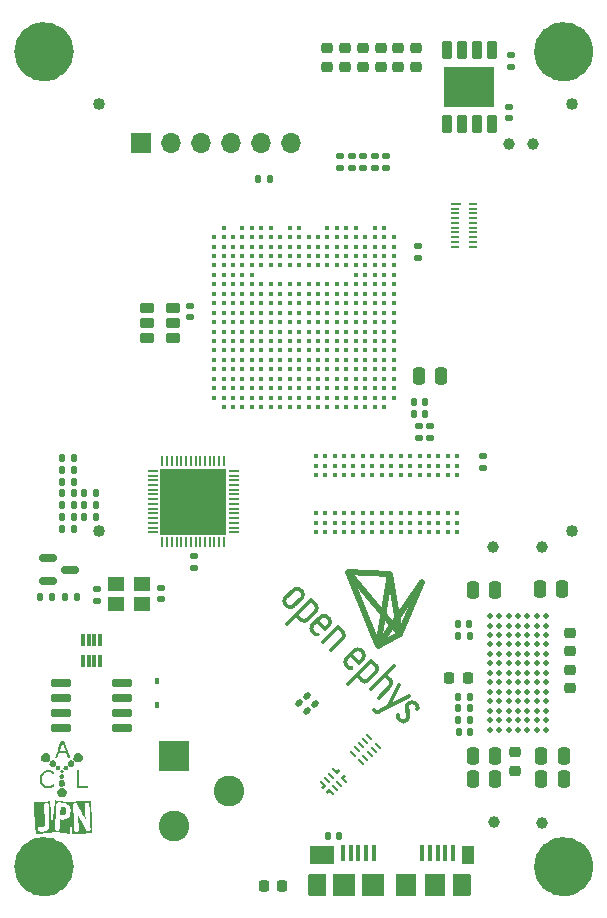
<source format=gbr>
%TF.GenerationSoftware,KiCad,Pcbnew,(6.0.0)*%
%TF.CreationDate,2022-08-10T17:12:35-04:00*%
%TF.ProjectId,ecp5u85-bse-usb,65637035-7538-4352-9d62-73652d757362,B*%
%TF.SameCoordinates,Original*%
%TF.FileFunction,Soldermask,Top*%
%TF.FilePolarity,Negative*%
%FSLAX46Y46*%
G04 Gerber Fmt 4.6, Leading zero omitted, Abs format (unit mm)*
G04 Created by KiCad (PCBNEW (6.0.0)) date 2022-08-10 17:12:35*
%MOMM*%
%LPD*%
G01*
G04 APERTURE LIST*
G04 Aperture macros list*
%AMRoundRect*
0 Rectangle with rounded corners*
0 $1 Rounding radius*
0 $2 $3 $4 $5 $6 $7 $8 $9 X,Y pos of 4 corners*
0 Add a 4 corners polygon primitive as box body*
4,1,4,$2,$3,$4,$5,$6,$7,$8,$9,$2,$3,0*
0 Add four circle primitives for the rounded corners*
1,1,$1+$1,$2,$3*
1,1,$1+$1,$4,$5*
1,1,$1+$1,$6,$7*
1,1,$1+$1,$8,$9*
0 Add four rect primitives between the rounded corners*
20,1,$1+$1,$2,$3,$4,$5,0*
20,1,$1+$1,$4,$5,$6,$7,0*
20,1,$1+$1,$6,$7,$8,$9,0*
20,1,$1+$1,$8,$9,$2,$3,0*%
%AMRotRect*
0 Rectangle, with rotation*
0 The origin of the aperture is its center*
0 $1 length*
0 $2 width*
0 $3 Rotation angle, in degrees counterclockwise*
0 Add horizontal line*
21,1,$1,$2,0,0,$3*%
%AMFreePoly0*
4,1,7,0.100000,-0.300000,-0.100000,-0.300000,-0.100000,0.100000,-0.300000,0.100000,-0.300000,0.300000,0.100000,0.300000,0.100000,-0.300000,0.100000,-0.300000,$1*%
%AMFreePoly1*
4,1,7,0.300000,0.100000,0.100000,0.100000,0.100000,-0.300000,-0.100000,-0.300000,-0.100000,0.300000,0.300000,0.300000,0.300000,0.100000,0.300000,0.100000,$1*%
%AMFreePoly2*
4,1,15,-0.770000,0.650000,-0.761954,0.719015,-0.717534,0.819490,-0.639922,0.897238,-0.539524,0.941833,-0.470000,0.950000,0.770000,0.950000,0.770000,-0.950000,-0.470000,-0.950000,-0.539015,-0.941954,-0.639490,-0.897534,-0.717238,-0.819922,-0.761833,-0.719524,-0.770000,-0.650000,-0.770000,0.650000,-0.770000,0.650000,$1*%
%AMFreePoly3*
4,1,15,-0.770000,0.950000,0.470000,0.950000,0.539015,0.941954,0.639490,0.897534,0.717238,0.819922,0.761833,0.719524,0.770000,0.650000,0.770000,-0.650000,0.761954,-0.719015,0.717534,-0.819490,0.639922,-0.897238,0.539524,-0.941833,0.470000,-0.950000,-0.770000,-0.950000,-0.770000,0.950000,-0.770000,0.950000,$1*%
G04 Aperture macros list end*
%ADD10C,2.500000*%
%ADD11C,0.360000*%
%ADD12C,0.550000*%
%ADD13RoundRect,0.218750X-0.256250X0.218750X-0.256250X-0.218750X0.256250X-0.218750X0.256250X0.218750X0*%
%ADD14RoundRect,0.140000X-0.170000X0.140000X-0.170000X-0.140000X0.170000X-0.140000X0.170000X0.140000X0*%
%ADD15RoundRect,0.250000X-0.250000X-0.475000X0.250000X-0.475000X0.250000X0.475000X-0.250000X0.475000X0*%
%ADD16RoundRect,0.140000X0.140000X0.170000X-0.140000X0.170000X-0.140000X-0.170000X0.140000X-0.170000X0*%
%ADD17R,1.400000X1.200000*%
%ADD18RoundRect,0.135000X0.135000X0.185000X-0.135000X0.185000X-0.135000X-0.185000X0.135000X-0.185000X0*%
%ADD19RoundRect,0.140000X-0.140000X-0.170000X0.140000X-0.170000X0.140000X0.170000X-0.140000X0.170000X0*%
%ADD20RoundRect,0.135000X-0.185000X0.135000X-0.185000X-0.135000X0.185000X-0.135000X0.185000X0.135000X0*%
%ADD21RotRect,0.200000X0.700000X225.000000*%
%ADD22RoundRect,0.135000X0.185000X-0.135000X0.185000X0.135000X-0.185000X0.135000X-0.185000X-0.135000X0*%
%ADD23C,0.426000*%
%ADD24C,1.000000*%
%ADD25C,0.500000*%
%ADD26R,0.450000X0.600000*%
%ADD27RoundRect,0.135000X-0.135000X-0.185000X0.135000X-0.185000X0.135000X0.185000X-0.135000X0.185000X0*%
%ADD28RoundRect,0.140000X0.219203X0.021213X0.021213X0.219203X-0.219203X-0.021213X-0.021213X-0.219203X0*%
%ADD29R,0.300000X1.000000*%
%ADD30RoundRect,0.140000X0.170000X-0.140000X0.170000X0.140000X-0.170000X0.140000X-0.170000X-0.140000X0*%
%ADD31FreePoly0,45.000000*%
%ADD32RotRect,0.200000X0.600000X45.000000*%
%ADD33FreePoly1,45.000000*%
%ADD34FreePoly0,225.000000*%
%ADD35FreePoly1,225.000000*%
%ADD36RoundRect,0.050000X-0.387500X-0.050000X0.387500X-0.050000X0.387500X0.050000X-0.387500X0.050000X0*%
%ADD37RoundRect,0.050000X-0.050000X-0.387500X0.050000X-0.387500X0.050000X0.387500X-0.050000X0.387500X0*%
%ADD38R,5.600000X5.600000*%
%ADD39RoundRect,0.218750X0.218750X0.256250X-0.218750X0.256250X-0.218750X-0.256250X0.218750X-0.256250X0*%
%ADD40RoundRect,0.225000X0.250000X-0.225000X0.250000X0.225000X-0.250000X0.225000X-0.250000X-0.225000X0*%
%ADD41RoundRect,0.250000X0.250000X0.475000X-0.250000X0.475000X-0.250000X-0.475000X0.250000X-0.475000X0*%
%ADD42RoundRect,0.225000X-0.250000X0.225000X-0.250000X-0.225000X0.250000X-0.225000X0.250000X0.225000X0*%
%ADD43RoundRect,0.040000X-0.160000X-0.635000X0.160000X-0.635000X0.160000X0.635000X-0.160000X0.635000X0*%
%ADD44FreePoly2,0.000000*%
%ADD45R,1.000000X1.600000*%
%ADD46FreePoly3,0.000000*%
%ADD47R,1.900000X1.900000*%
%ADD48R,1.800000X1.900000*%
%ADD49R,2.100000X1.600000*%
%ADD50RoundRect,0.135000X0.465000X-0.315000X0.465000X0.315000X-0.465000X0.315000X-0.465000X-0.315000X0*%
%ADD51R,1.700000X1.700000*%
%ADD52O,1.700000X1.700000*%
%ADD53C,0.415000*%
%ADD54RoundRect,0.150000X-0.587500X-0.150000X0.587500X-0.150000X0.587500X0.150000X-0.587500X0.150000X0*%
%ADD55RoundRect,0.040000X-0.360000X0.710000X-0.360000X-0.710000X0.360000X-0.710000X0.360000X0.710000X0*%
%ADD56R,4.300000X3.400000*%
%ADD57R,2.600000X2.600000*%
%ADD58C,2.600000*%
%ADD59RoundRect,0.225000X0.225000X0.250000X-0.225000X0.250000X-0.225000X-0.250000X0.225000X-0.250000X0*%
%ADD60R,0.880000X0.220000*%
%ADD61R,0.780000X0.220000*%
%ADD62RoundRect,0.150000X-0.725000X-0.150000X0.725000X-0.150000X0.725000X0.150000X-0.725000X0.150000X0*%
%ADD63C,1.020000*%
G04 APERTURE END LIST*
D10*
X185242841Y-54683000D02*
G75*
G03*
X185242841Y-54683000I-1250000J0D01*
G01*
X229242841Y-54683000D02*
G75*
G03*
X229242841Y-54683000I-1250000J0D01*
G01*
X229242841Y-123683000D02*
G75*
G03*
X229242841Y-123683000I-1250000J0D01*
G01*
X185242841Y-123683000D02*
G75*
G03*
X185242841Y-123683000I-1250000J0D01*
G01*
%TO.C,G\u002A\u002A\u002A*%
G36*
X183250707Y-120307106D02*
G01*
X183241686Y-120186680D01*
X183232281Y-120060416D01*
X183222584Y-119929603D01*
X183212692Y-119795532D01*
X183202698Y-119659494D01*
X183192696Y-119522778D01*
X183182781Y-119386674D01*
X183173047Y-119252474D01*
X183163589Y-119121467D01*
X183154501Y-118994944D01*
X183145878Y-118874195D01*
X183137813Y-118760510D01*
X183130402Y-118655180D01*
X183123738Y-118559495D01*
X183117916Y-118474744D01*
X183113031Y-118402219D01*
X183109176Y-118343210D01*
X183106447Y-118299007D01*
X183104937Y-118270900D01*
X183104741Y-118260179D01*
X183104770Y-118260120D01*
X183115329Y-118258048D01*
X183142790Y-118254942D01*
X183185372Y-118250927D01*
X183241296Y-118246124D01*
X183308782Y-118240657D01*
X183386048Y-118234649D01*
X183471316Y-118228222D01*
X183562805Y-118221500D01*
X183658735Y-118214606D01*
X183757326Y-118207661D01*
X183856797Y-118200790D01*
X183955369Y-118194115D01*
X184051261Y-118187760D01*
X184142694Y-118181846D01*
X184227887Y-118176498D01*
X184305059Y-118171838D01*
X184372432Y-118167988D01*
X184428224Y-118165072D01*
X184470656Y-118163213D01*
X184497947Y-118162534D01*
X184508318Y-118163157D01*
X184508346Y-118163192D01*
X184509852Y-118173734D01*
X184512606Y-118201775D01*
X184516507Y-118246059D01*
X184521459Y-118305331D01*
X184527363Y-118378338D01*
X184534120Y-118463824D01*
X184541631Y-118560534D01*
X184549799Y-118667215D01*
X184558525Y-118782611D01*
X184567710Y-118905467D01*
X184577255Y-119034530D01*
X184584787Y-119137315D01*
X184594523Y-119270059D01*
X184603954Y-119397397D01*
X184612985Y-119518093D01*
X184621519Y-119630908D01*
X184629459Y-119734605D01*
X184636708Y-119827945D01*
X184643169Y-119909691D01*
X184648746Y-119978605D01*
X184653342Y-120033449D01*
X184656860Y-120072986D01*
X184659204Y-120095977D01*
X184660157Y-120101628D01*
X184662072Y-120092513D01*
X184666345Y-120065963D01*
X184672806Y-120023176D01*
X184681285Y-119965348D01*
X184691614Y-119893676D01*
X184703622Y-119809355D01*
X184717140Y-119713583D01*
X184731999Y-119607556D01*
X184748028Y-119492470D01*
X184765060Y-119369521D01*
X184782923Y-119239907D01*
X184801449Y-119104824D01*
X184803540Y-119089532D01*
X184822113Y-118953857D01*
X184840002Y-118823475D01*
X184857039Y-118699587D01*
X184873059Y-118583394D01*
X184887894Y-118476097D01*
X184901377Y-118378894D01*
X184913342Y-118292988D01*
X184923621Y-118219579D01*
X184932048Y-118159866D01*
X184938455Y-118115051D01*
X184942677Y-118086334D01*
X184944545Y-118074916D01*
X184944599Y-118074769D01*
X184954115Y-118075566D01*
X184980753Y-118078734D01*
X185023011Y-118084073D01*
X185079386Y-118091385D01*
X185148377Y-118100471D01*
X185228479Y-118111133D01*
X185318193Y-118123172D01*
X185416014Y-118136389D01*
X185520440Y-118150585D01*
X185595598Y-118160853D01*
X185704154Y-118175683D01*
X185807478Y-118189739D01*
X185904024Y-118202813D01*
X185992247Y-118214701D01*
X186070603Y-118225195D01*
X186137545Y-118234088D01*
X186191528Y-118241176D01*
X186231008Y-118246250D01*
X186254438Y-118249104D01*
X186260381Y-118249673D01*
X186274030Y-118242227D01*
X186276832Y-118228227D01*
X186276832Y-118206712D01*
X187119920Y-118166992D01*
X187244120Y-118161222D01*
X187362936Y-118155860D01*
X187475027Y-118150958D01*
X187579055Y-118146567D01*
X187673680Y-118142739D01*
X187757563Y-118139524D01*
X187829365Y-118136974D01*
X187887748Y-118135141D01*
X187931371Y-118134075D01*
X187958896Y-118133828D01*
X187968984Y-118134452D01*
X187968985Y-118134454D01*
X187970006Y-118144345D01*
X187971823Y-118171719D01*
X187974375Y-118215297D01*
X187977601Y-118273799D01*
X187981439Y-118345949D01*
X187985830Y-118430467D01*
X187990711Y-118526075D01*
X187996021Y-118631494D01*
X188001700Y-118745447D01*
X188007687Y-118866654D01*
X188013921Y-118993837D01*
X188020340Y-119125717D01*
X188026883Y-119261017D01*
X188033490Y-119398458D01*
X188040100Y-119536760D01*
X188046651Y-119674647D01*
X188053082Y-119810838D01*
X188059332Y-119944057D01*
X188065341Y-120073024D01*
X188071047Y-120196461D01*
X188076390Y-120313089D01*
X188081308Y-120421630D01*
X188085740Y-120520806D01*
X188089625Y-120609338D01*
X188092902Y-120685948D01*
X188095510Y-120749357D01*
X188097388Y-120798286D01*
X188098476Y-120831458D01*
X188098711Y-120847593D01*
X188098574Y-120848986D01*
X188089141Y-120849685D01*
X188062553Y-120851179D01*
X188020435Y-120853393D01*
X187964415Y-120856248D01*
X187896117Y-120859666D01*
X187817168Y-120863571D01*
X187729193Y-120867884D01*
X187633818Y-120872528D01*
X187532669Y-120877425D01*
X187427371Y-120882498D01*
X187319551Y-120887668D01*
X187210834Y-120892859D01*
X187102846Y-120897992D01*
X186997213Y-120902990D01*
X186895561Y-120907775D01*
X186799515Y-120912270D01*
X186710702Y-120916398D01*
X186630746Y-120920079D01*
X186561274Y-120923238D01*
X186503912Y-120925795D01*
X186460286Y-120927674D01*
X186432020Y-120928797D01*
X186420990Y-120929096D01*
X186414196Y-120919958D01*
X186408360Y-120894475D01*
X186404506Y-120860714D01*
X186403108Y-120839466D01*
X186400947Y-120801237D01*
X186398114Y-120747826D01*
X186394698Y-120681035D01*
X186390788Y-120602664D01*
X186386474Y-120514513D01*
X186381846Y-120418382D01*
X186376994Y-120316071D01*
X186372006Y-120209382D01*
X186370750Y-120182263D01*
X186365848Y-120077019D01*
X186361142Y-119977444D01*
X186356709Y-119885107D01*
X186352630Y-119801574D01*
X186348981Y-119728415D01*
X186345843Y-119667198D01*
X186343292Y-119619489D01*
X186341409Y-119586858D01*
X186340270Y-119570872D01*
X186340057Y-119569492D01*
X186338415Y-119578146D01*
X186334460Y-119603960D01*
X186328398Y-119645462D01*
X186320435Y-119701180D01*
X186310780Y-119769643D01*
X186299638Y-119849378D01*
X186287215Y-119938916D01*
X186273720Y-120036783D01*
X186259358Y-120141508D01*
X186247353Y-120229462D01*
X186232375Y-120338899D01*
X186218008Y-120442860D01*
X186204467Y-120539847D01*
X186191967Y-120628363D01*
X186180726Y-120706912D01*
X186170957Y-120773995D01*
X186162877Y-120828116D01*
X186156702Y-120867777D01*
X186152647Y-120891482D01*
X186151086Y-120897939D01*
X186141029Y-120897667D01*
X186113801Y-120894997D01*
X186070853Y-120890114D01*
X186013637Y-120883202D01*
X185943604Y-120874444D01*
X185862207Y-120864025D01*
X185770897Y-120852129D01*
X185671125Y-120838939D01*
X185564343Y-120824640D01*
X185452003Y-120809416D01*
X185442455Y-120808114D01*
X185329268Y-120792710D01*
X185221192Y-120778077D01*
X185119720Y-120764413D01*
X185026343Y-120751914D01*
X184942553Y-120740779D01*
X184869842Y-120731204D01*
X184809701Y-120723387D01*
X184763622Y-120717526D01*
X184733098Y-120713817D01*
X184719619Y-120712458D01*
X184719387Y-120712456D01*
X184707764Y-120714034D01*
X184702424Y-120721528D01*
X184701998Y-120739529D01*
X184704161Y-120763480D01*
X184709406Y-120814304D01*
X184649429Y-120820196D01*
X184617651Y-120823065D01*
X184571313Y-120826891D01*
X184512217Y-120831547D01*
X184442164Y-120836907D01*
X184362956Y-120842843D01*
X184276394Y-120849229D01*
X184184280Y-120855938D01*
X184088414Y-120862843D01*
X183990598Y-120869817D01*
X183892635Y-120876733D01*
X183796324Y-120883464D01*
X183703468Y-120889884D01*
X183615868Y-120895866D01*
X183535325Y-120901282D01*
X183463641Y-120906006D01*
X183402617Y-120909911D01*
X183354055Y-120912871D01*
X183319755Y-120914757D01*
X183301520Y-120915444D01*
X183298995Y-120915304D01*
X183297686Y-120905489D01*
X183295144Y-120878222D01*
X183291461Y-120834795D01*
X183286732Y-120776496D01*
X183281052Y-120704618D01*
X183274515Y-120620449D01*
X183267216Y-120525281D01*
X183263027Y-120470147D01*
X183438247Y-120470147D01*
X183443580Y-120524871D01*
X183461267Y-120575382D01*
X183471893Y-120593131D01*
X183499911Y-120622371D01*
X183541172Y-120651916D01*
X183590408Y-120678798D01*
X183642347Y-120700048D01*
X183680485Y-120710625D01*
X183727641Y-120717098D01*
X183786141Y-120720212D01*
X183849065Y-120720042D01*
X183909492Y-120716666D01*
X183960502Y-120710157D01*
X183973723Y-120707421D01*
X184064991Y-120677832D01*
X184148316Y-120633199D01*
X184226473Y-120571929D01*
X184251036Y-120548358D01*
X184314167Y-120475671D01*
X184932380Y-120475671D01*
X184940062Y-120539426D01*
X184962770Y-120592079D01*
X184990473Y-120625197D01*
X185035950Y-120655447D01*
X185089390Y-120671508D01*
X185145558Y-120672581D01*
X185199218Y-120657865D01*
X185200481Y-120657288D01*
X185229562Y-120640806D01*
X185254476Y-120621722D01*
X185258785Y-120617415D01*
X185269879Y-120604709D01*
X185279263Y-120591606D01*
X185287177Y-120576367D01*
X185293860Y-120557254D01*
X185299555Y-120532527D01*
X185304500Y-120500448D01*
X185308938Y-120459279D01*
X185313107Y-120407282D01*
X185317250Y-120342717D01*
X185321606Y-120263846D01*
X185326416Y-120168931D01*
X185329480Y-120106424D01*
X185349822Y-119688914D01*
X185519563Y-119694244D01*
X185585971Y-119695970D01*
X185637384Y-119696318D01*
X185677567Y-119695126D01*
X185710288Y-119692229D01*
X185739311Y-119687466D01*
X185754847Y-119684041D01*
X185855379Y-119650825D01*
X185947852Y-119601561D01*
X186030587Y-119537887D01*
X186101902Y-119461441D01*
X186160118Y-119373862D01*
X186203553Y-119276786D01*
X186216977Y-119233604D01*
X186224250Y-119196997D01*
X186230695Y-119146148D01*
X186236090Y-119085607D01*
X186240212Y-119019925D01*
X186242840Y-118953649D01*
X186243752Y-118891331D01*
X186242725Y-118837519D01*
X186239539Y-118796764D01*
X186238598Y-118790434D01*
X186212231Y-118686150D01*
X186170076Y-118589987D01*
X186113630Y-118503412D01*
X186095391Y-118483519D01*
X186463436Y-118483519D01*
X186463490Y-118511812D01*
X186464109Y-118547360D01*
X186465321Y-118591172D01*
X186467156Y-118644257D01*
X186469644Y-118707624D01*
X186472813Y-118782281D01*
X186476695Y-118869237D01*
X186481318Y-118969501D01*
X186486712Y-119084081D01*
X186492907Y-119213986D01*
X186499933Y-119360225D01*
X186507818Y-119523807D01*
X186511431Y-119598705D01*
X186519531Y-119765546D01*
X186526878Y-119914487D01*
X186533526Y-120046413D01*
X186539527Y-120162205D01*
X186544936Y-120262750D01*
X186549805Y-120348929D01*
X186554188Y-120421626D01*
X186558137Y-120481727D01*
X186561706Y-120530113D01*
X186564948Y-120567670D01*
X186567916Y-120595280D01*
X186570664Y-120613827D01*
X186573161Y-120623972D01*
X186600185Y-120672537D01*
X186639450Y-120710592D01*
X186687192Y-120736252D01*
X186739643Y-120747635D01*
X186793039Y-120742855D01*
X186804204Y-120739560D01*
X186856855Y-120712767D01*
X186899516Y-120672537D01*
X186918189Y-120643959D01*
X186928571Y-120621107D01*
X186934595Y-120597497D01*
X186937139Y-120567318D01*
X186937085Y-120524763D01*
X186936979Y-120519948D01*
X186936138Y-120493651D01*
X186934497Y-120451141D01*
X186932157Y-120394644D01*
X186929222Y-120326386D01*
X186925796Y-120248591D01*
X186921982Y-120163488D01*
X186917883Y-120073300D01*
X186913603Y-119980255D01*
X186909245Y-119886578D01*
X186904913Y-119794495D01*
X186900710Y-119706232D01*
X186896739Y-119624015D01*
X186893104Y-119550069D01*
X186889908Y-119486622D01*
X186887254Y-119435898D01*
X186885246Y-119400123D01*
X186884256Y-119384840D01*
X186883309Y-119356836D01*
X186884932Y-119339134D01*
X186887943Y-119335543D01*
X186895252Y-119345330D01*
X186909131Y-119368187D01*
X186927463Y-119400508D01*
X186944523Y-119431902D01*
X186957996Y-119456932D01*
X186979530Y-119496659D01*
X187008150Y-119549294D01*
X187042880Y-119613048D01*
X187082743Y-119686133D01*
X187126766Y-119766759D01*
X187173971Y-119853137D01*
X187223382Y-119943479D01*
X187266212Y-120021725D01*
X187316076Y-120112793D01*
X187364063Y-120200436D01*
X187409268Y-120283004D01*
X187450788Y-120358845D01*
X187487719Y-120426308D01*
X187519157Y-120483741D01*
X187544197Y-120529495D01*
X187561937Y-120561917D01*
X187570993Y-120578479D01*
X187609710Y-120635318D01*
X187654036Y-120674242D01*
X187704104Y-120695320D01*
X187760042Y-120698622D01*
X187788175Y-120694103D01*
X187837320Y-120674648D01*
X187880997Y-120641724D01*
X187914306Y-120599756D01*
X187928958Y-120566950D01*
X187930650Y-120558386D01*
X187931863Y-120544588D01*
X187932561Y-120524584D01*
X187932710Y-120497400D01*
X187932273Y-120462061D01*
X187931214Y-120417594D01*
X187929500Y-120363026D01*
X187927093Y-120297381D01*
X187923959Y-120219687D01*
X187920061Y-120128970D01*
X187915365Y-120024255D01*
X187909835Y-119904569D01*
X187903436Y-119768938D01*
X187896131Y-119616388D01*
X187888696Y-119462625D01*
X187880689Y-119297916D01*
X187873505Y-119150935D01*
X187867075Y-119020627D01*
X187861332Y-118905940D01*
X187856208Y-118805822D01*
X187851635Y-118719219D01*
X187847545Y-118645079D01*
X187843870Y-118582348D01*
X187840543Y-118529974D01*
X187837496Y-118486903D01*
X187834661Y-118452083D01*
X187831969Y-118424462D01*
X187829354Y-118402985D01*
X187826747Y-118386601D01*
X187824080Y-118374256D01*
X187821286Y-118364898D01*
X187818297Y-118357473D01*
X187817353Y-118355467D01*
X187785373Y-118309630D01*
X187741823Y-118275905D01*
X187690647Y-118255785D01*
X187635788Y-118250759D01*
X187581190Y-118262321D01*
X187576269Y-118264290D01*
X187528291Y-118291365D01*
X187494029Y-118327743D01*
X187472404Y-118375342D01*
X187462336Y-118436081D01*
X187461288Y-118468546D01*
X187461739Y-118491406D01*
X187463027Y-118530846D01*
X187465051Y-118584667D01*
X187467710Y-118650672D01*
X187470904Y-118726662D01*
X187474533Y-118810440D01*
X187478497Y-118899808D01*
X187482694Y-118992566D01*
X187487024Y-119086519D01*
X187491387Y-119179467D01*
X187495683Y-119269212D01*
X187499811Y-119353557D01*
X187503671Y-119430304D01*
X187507162Y-119497253D01*
X187510184Y-119552209D01*
X187512637Y-119592972D01*
X187512704Y-119594004D01*
X187514945Y-119632136D01*
X187515258Y-119654234D01*
X187513224Y-119663006D01*
X187508427Y-119661158D01*
X187503289Y-119655107D01*
X187500553Y-119651564D01*
X187497688Y-119647603D01*
X187494128Y-119642189D01*
X187489305Y-119634291D01*
X187482650Y-119622873D01*
X187473597Y-119606902D01*
X187461577Y-119585345D01*
X187446023Y-119557167D01*
X187426368Y-119521335D01*
X187402043Y-119476815D01*
X187372481Y-119422573D01*
X187337114Y-119357576D01*
X187295375Y-119280790D01*
X187246696Y-119191181D01*
X187190508Y-119087715D01*
X187126246Y-118969359D01*
X187085153Y-118893671D01*
X187035631Y-118802745D01*
X186988180Y-118716165D01*
X186943650Y-118635449D01*
X186902892Y-118562115D01*
X186866757Y-118497679D01*
X186836095Y-118443657D01*
X186811758Y-118401568D01*
X186794597Y-118372928D01*
X186785462Y-118359253D01*
X186785250Y-118359011D01*
X186752571Y-118331626D01*
X186711979Y-118310048D01*
X186671485Y-118298167D01*
X186657550Y-118297002D01*
X186600429Y-118305537D01*
X186547120Y-118329909D01*
X186502356Y-118367324D01*
X186476349Y-118403894D01*
X186473287Y-118409642D01*
X186470581Y-118415584D01*
X186468261Y-118422730D01*
X186466357Y-118432088D01*
X186464899Y-118444666D01*
X186463915Y-118461474D01*
X186463436Y-118483519D01*
X186095391Y-118483519D01*
X186044387Y-118427890D01*
X185963843Y-118364891D01*
X185873493Y-118315880D01*
X185774834Y-118282325D01*
X185707638Y-118269587D01*
X185660869Y-118264358D01*
X185604007Y-118259559D01*
X185540223Y-118255301D01*
X185472690Y-118251697D01*
X185404580Y-118248858D01*
X185339066Y-118246898D01*
X185279320Y-118245928D01*
X185228515Y-118246060D01*
X185189822Y-118247407D01*
X185166413Y-118250082D01*
X185165155Y-118250394D01*
X185125748Y-118268616D01*
X185087837Y-118299014D01*
X185056900Y-118336149D01*
X185038417Y-118374581D01*
X185037824Y-118376808D01*
X185036330Y-118390184D01*
X185034037Y-118420855D01*
X185031020Y-118467332D01*
X185027353Y-118528131D01*
X185023110Y-118601764D01*
X185018367Y-118686745D01*
X185013198Y-118781587D01*
X185007678Y-118884805D01*
X185001882Y-118994910D01*
X184995883Y-119110418D01*
X184989758Y-119229841D01*
X184983580Y-119351693D01*
X184977424Y-119474488D01*
X184971365Y-119596738D01*
X184965477Y-119716957D01*
X184959836Y-119833660D01*
X184954516Y-119945358D01*
X184949591Y-120050566D01*
X184945137Y-120147798D01*
X184941227Y-120235566D01*
X184937937Y-120312385D01*
X184935342Y-120376767D01*
X184933516Y-120427226D01*
X184932533Y-120462276D01*
X184932380Y-120475671D01*
X184314167Y-120475671D01*
X184325356Y-120462788D01*
X184381365Y-120373384D01*
X184419221Y-120279818D01*
X184439083Y-120181765D01*
X184441135Y-120158361D01*
X184441609Y-120136747D01*
X184441359Y-120098592D01*
X184440446Y-120045544D01*
X184438930Y-119979254D01*
X184436872Y-119901370D01*
X184434332Y-119813542D01*
X184431370Y-119717419D01*
X184428047Y-119614649D01*
X184424423Y-119506882D01*
X184420558Y-119395766D01*
X184416514Y-119282952D01*
X184412349Y-119170089D01*
X184408125Y-119058824D01*
X184403901Y-118950808D01*
X184399739Y-118847689D01*
X184395698Y-118751117D01*
X184391839Y-118662741D01*
X184388223Y-118584210D01*
X184384909Y-118517173D01*
X184381958Y-118463279D01*
X184379431Y-118424177D01*
X184377387Y-118401517D01*
X184376679Y-118397265D01*
X184358339Y-118356891D01*
X184326959Y-118318147D01*
X184287857Y-118286712D01*
X184259949Y-118272556D01*
X184204454Y-118260760D01*
X184149429Y-118266032D01*
X184098545Y-118286913D01*
X184055475Y-118321945D01*
X184025851Y-118365534D01*
X184001381Y-118415549D01*
X184029852Y-119185735D01*
X184035612Y-119341598D01*
X184040699Y-119479796D01*
X184045129Y-119601452D01*
X184048918Y-119707688D01*
X184052084Y-119799627D01*
X184054642Y-119878393D01*
X184056609Y-119945108D01*
X184058001Y-120000895D01*
X184058835Y-120046878D01*
X184059128Y-120084178D01*
X184058895Y-120113919D01*
X184058153Y-120137224D01*
X184056920Y-120155216D01*
X184055210Y-120169018D01*
X184053041Y-120179752D01*
X184050428Y-120188542D01*
X184047389Y-120196510D01*
X184044751Y-120202837D01*
X184027813Y-120232014D01*
X184002546Y-120263440D01*
X183985211Y-120280573D01*
X183929230Y-120318261D01*
X183867999Y-120338739D01*
X183804205Y-120341661D01*
X183740536Y-120326679D01*
X183715431Y-120315455D01*
X183673915Y-120301464D01*
X183625951Y-120296210D01*
X183579405Y-120299903D01*
X183545431Y-120310942D01*
X183508011Y-120336796D01*
X183474602Y-120371174D01*
X183451062Y-120407671D01*
X183446433Y-120419165D01*
X183438247Y-120470147D01*
X183263027Y-120470147D01*
X183259248Y-120420403D01*
X183250707Y-120307106D01*
G37*
G36*
X185545683Y-118638802D02*
G01*
X185610140Y-118643882D01*
X185681660Y-118654310D01*
X185738154Y-118672448D01*
X185782424Y-118700037D01*
X185817272Y-118738816D01*
X185845176Y-118789790D01*
X185853026Y-118808762D01*
X185858360Y-118826571D01*
X185861453Y-118846966D01*
X185862580Y-118873694D01*
X185862013Y-118910504D01*
X185860028Y-118961145D01*
X185859142Y-118980776D01*
X185853979Y-119060147D01*
X185845835Y-119123472D01*
X185833615Y-119173415D01*
X185816222Y-119212637D01*
X185792562Y-119243799D01*
X185761538Y-119269563D01*
X185733214Y-119286708D01*
X185703520Y-119300353D01*
X185670711Y-119309659D01*
X185631352Y-119314986D01*
X185582010Y-119316693D01*
X185519251Y-119315143D01*
X185480912Y-119313211D01*
X185438580Y-119310446D01*
X185403732Y-119307455D01*
X185380303Y-119304625D01*
X185372273Y-119302591D01*
X185372061Y-119292733D01*
X185372710Y-119266519D01*
X185374110Y-119226368D01*
X185376152Y-119174702D01*
X185378727Y-119113938D01*
X185381725Y-119046498D01*
X185385037Y-118974801D01*
X185388554Y-118901266D01*
X185392165Y-118828315D01*
X185395763Y-118758365D01*
X185399237Y-118693838D01*
X185401903Y-118646910D01*
X185411565Y-118639906D01*
X185439143Y-118636215D01*
X185484047Y-118635844D01*
X185545683Y-118638802D01*
G37*
G36*
X184760042Y-114678555D02*
G01*
X184829943Y-114694451D01*
X184890243Y-114725063D01*
X184939940Y-114767803D01*
X184978033Y-114820081D01*
X185003519Y-114879311D01*
X185015397Y-114942902D01*
X185012665Y-115008268D01*
X184994320Y-115072820D01*
X184959361Y-115133968D01*
X184943780Y-115153219D01*
X184896740Y-115193801D01*
X184838410Y-115224361D01*
X184775491Y-115241926D01*
X184736992Y-115244984D01*
X184697950Y-115242464D01*
X184660490Y-115236451D01*
X184642335Y-115231481D01*
X184573813Y-115197930D01*
X184519743Y-115151797D01*
X184480796Y-115094045D01*
X184457640Y-115025634D01*
X184450855Y-114956520D01*
X184459756Y-114886476D01*
X184485068Y-114823056D01*
X184524405Y-114768405D01*
X184575381Y-114724668D01*
X184635611Y-114693989D01*
X184702708Y-114678515D01*
X184760042Y-114678555D01*
G37*
G36*
X186343499Y-114681544D02*
G01*
X186406414Y-114701125D01*
X186462246Y-114734190D01*
X186509047Y-114778806D01*
X186544868Y-114833040D01*
X186567763Y-114894959D01*
X186575783Y-114962629D01*
X186566979Y-115034117D01*
X186563498Y-115047105D01*
X186540202Y-115098571D01*
X186503023Y-115148420D01*
X186456951Y-115191418D01*
X186406979Y-115222332D01*
X186389797Y-115229225D01*
X186335212Y-115241357D01*
X186275692Y-115244235D01*
X186220051Y-115237757D01*
X186197786Y-115231466D01*
X186133228Y-115198858D01*
X186080616Y-115152884D01*
X186041255Y-115096302D01*
X186016450Y-115031876D01*
X186007508Y-114962365D01*
X186015732Y-114890532D01*
X186023666Y-114863094D01*
X186049101Y-114813312D01*
X186088530Y-114765619D01*
X186136829Y-114724913D01*
X186188874Y-114696089D01*
X186204212Y-114690565D01*
X186275449Y-114677379D01*
X186343499Y-114681544D01*
G37*
G36*
X185574045Y-115852442D02*
G01*
X185627563Y-115876547D01*
X185670530Y-115916832D01*
X185699478Y-115965196D01*
X185714821Y-116020307D01*
X185713537Y-116077464D01*
X185697208Y-116132559D01*
X185667417Y-116181482D01*
X185625747Y-116220125D01*
X185594757Y-116237069D01*
X185554861Y-116247110D01*
X185506853Y-116249522D01*
X185459243Y-116244582D01*
X185420546Y-116232566D01*
X185418125Y-116231326D01*
X185370716Y-116196497D01*
X185333567Y-116150176D01*
X185309733Y-116097211D01*
X185302188Y-116047318D01*
X185308550Y-116005959D01*
X185325092Y-115960736D01*
X185347991Y-115921106D01*
X185358116Y-115908894D01*
X185407169Y-115870068D01*
X185464046Y-115848875D01*
X185509834Y-115844427D01*
X185574045Y-115852442D01*
G37*
G36*
X185563589Y-115473565D02*
G01*
X185586588Y-115485511D01*
X185591050Y-115488513D01*
X185629011Y-115524946D01*
X185651408Y-115568729D01*
X185658227Y-115616007D01*
X185649451Y-115662923D01*
X185625065Y-115705624D01*
X185592036Y-115735736D01*
X185557252Y-115750919D01*
X185515337Y-115757342D01*
X185474916Y-115754359D01*
X185451940Y-115746226D01*
X185407074Y-115712403D01*
X185378034Y-115671043D01*
X185365320Y-115625221D01*
X185369432Y-115578014D01*
X185390871Y-115532500D01*
X185413000Y-115506561D01*
X185436523Y-115486612D01*
X185459775Y-115475836D01*
X185491361Y-115470701D01*
X185502556Y-115469814D01*
X185538366Y-115468922D01*
X185563589Y-115473565D01*
G37*
G36*
X185908538Y-115137864D02*
G01*
X185959747Y-115161079D01*
X186001339Y-115196213D01*
X186031952Y-115240354D01*
X186050223Y-115290592D01*
X186054790Y-115344014D01*
X186044291Y-115397711D01*
X186017364Y-115448771D01*
X186005447Y-115463632D01*
X185977850Y-115489721D01*
X185946449Y-115512208D01*
X185938729Y-115516506D01*
X185899039Y-115529568D01*
X185851442Y-115534947D01*
X185804064Y-115532478D01*
X185765031Y-115521998D01*
X185761107Y-115520097D01*
X185708708Y-115483392D01*
X185671012Y-115437191D01*
X185648493Y-115384573D01*
X185641619Y-115328619D01*
X185650864Y-115272406D01*
X185676696Y-115219013D01*
X185709205Y-115180794D01*
X185745581Y-115152201D01*
X185783922Y-115136065D01*
X185831242Y-115129812D01*
X185849074Y-115129479D01*
X185908538Y-115137864D01*
G37*
G36*
X185215069Y-115130912D02*
G01*
X185264120Y-115144394D01*
X185269210Y-115146860D01*
X185320850Y-115182380D01*
X185356095Y-115227881D01*
X185375329Y-115284006D01*
X185379479Y-115332274D01*
X185371280Y-115396949D01*
X185347587Y-115450829D01*
X185309762Y-115492574D01*
X185259163Y-115520845D01*
X185197152Y-115534299D01*
X185173588Y-115535260D01*
X185115980Y-115527741D01*
X185079078Y-115512780D01*
X185029965Y-115477320D01*
X184996607Y-115430897D01*
X184978706Y-115373027D01*
X184975662Y-115344030D01*
X184979778Y-115280060D01*
X184999962Y-115226338D01*
X185036861Y-115181471D01*
X185059394Y-115163586D01*
X185105598Y-115141074D01*
X185159860Y-115129994D01*
X185215069Y-115130912D01*
G37*
G36*
X185182003Y-113759805D02*
G01*
X185214429Y-113670597D01*
X185454960Y-113008786D01*
X185583880Y-113006184D01*
X185712800Y-113003583D01*
X185972669Y-113721133D01*
X186013508Y-113833895D01*
X186052485Y-113941512D01*
X186089094Y-114042585D01*
X186122827Y-114135714D01*
X186153177Y-114219500D01*
X186179638Y-114292545D01*
X186201703Y-114353448D01*
X186218865Y-114400811D01*
X186230617Y-114433233D01*
X186236452Y-114449316D01*
X186236978Y-114450760D01*
X186234271Y-114456421D01*
X186219609Y-114460122D01*
X186190612Y-114462161D01*
X186144901Y-114462833D01*
X186140218Y-114462837D01*
X186039020Y-114462837D01*
X185967694Y-114259835D01*
X185896368Y-114056832D01*
X185578597Y-114059359D01*
X185260827Y-114061886D01*
X185120903Y-114458006D01*
X185023227Y-114460759D01*
X184925550Y-114463511D01*
X184949724Y-114397959D01*
X184956991Y-114378122D01*
X184970268Y-114341742D01*
X184988965Y-114290436D01*
X185012494Y-114225825D01*
X185040266Y-114149524D01*
X185071692Y-114063154D01*
X185106183Y-113968332D01*
X185138037Y-113880734D01*
X185324062Y-113880734D01*
X185326549Y-113884500D01*
X185338377Y-113887447D01*
X185361280Y-113889658D01*
X185396987Y-113891216D01*
X185447231Y-113892204D01*
X185513742Y-113892705D01*
X185576506Y-113892811D01*
X185644712Y-113892603D01*
X185706116Y-113892016D01*
X185758212Y-113891108D01*
X185798491Y-113889935D01*
X185824445Y-113888552D01*
X185833568Y-113887027D01*
X185830417Y-113876229D01*
X185821546Y-113849722D01*
X185807826Y-113809943D01*
X185790129Y-113759330D01*
X185769327Y-113700322D01*
X185746292Y-113635354D01*
X185721895Y-113566867D01*
X185697009Y-113497296D01*
X185672506Y-113429081D01*
X185649257Y-113364658D01*
X185628135Y-113306466D01*
X185610010Y-113256943D01*
X185595755Y-113218525D01*
X185586242Y-113193651D01*
X185582427Y-113184824D01*
X185577866Y-113191885D01*
X185567631Y-113215249D01*
X185552462Y-113252992D01*
X185533099Y-113303190D01*
X185510283Y-113363920D01*
X185484753Y-113433257D01*
X185457250Y-113509278D01*
X185452343Y-113522975D01*
X185424473Y-113600861D01*
X185398557Y-113673244D01*
X185375338Y-113738055D01*
X185355557Y-113793224D01*
X185339957Y-113836683D01*
X185329278Y-113866363D01*
X185324264Y-113880195D01*
X185324062Y-113880734D01*
X185138037Y-113880734D01*
X185143149Y-113866676D01*
X185182003Y-113759805D01*
G37*
G36*
X185606349Y-117006556D02*
G01*
X185679043Y-117031609D01*
X185746666Y-117071104D01*
X185806965Y-117125067D01*
X185857690Y-117193521D01*
X185875092Y-117225568D01*
X185888542Y-117254018D01*
X185897401Y-117277691D01*
X185902624Y-117301956D01*
X185905163Y-117332183D01*
X185905974Y-117373744D01*
X185906029Y-117399720D01*
X185905746Y-117448481D01*
X185904233Y-117483301D01*
X185900496Y-117509562D01*
X185893539Y-117532643D01*
X185882367Y-117557926D01*
X185873439Y-117575970D01*
X185826125Y-117649817D01*
X185766105Y-117710539D01*
X185695790Y-117756949D01*
X185617595Y-117787858D01*
X185533932Y-117802078D01*
X185447214Y-117798422D01*
X185428224Y-117795151D01*
X185354220Y-117771299D01*
X185284192Y-117730962D01*
X185221657Y-117676976D01*
X185170134Y-117612175D01*
X185144789Y-117566814D01*
X185130634Y-117535455D01*
X185121588Y-117509462D01*
X185116520Y-117482742D01*
X185114298Y-117449202D01*
X185113790Y-117402750D01*
X185113789Y-117399924D01*
X185114243Y-117352616D01*
X185116357Y-117318544D01*
X185121254Y-117291626D01*
X185130058Y-117265780D01*
X185143895Y-117234927D01*
X185144560Y-117233521D01*
X185189729Y-117158162D01*
X185245583Y-117097073D01*
X185309872Y-117050281D01*
X185380344Y-117017808D01*
X185454748Y-116999680D01*
X185530834Y-116995921D01*
X185606349Y-117006556D01*
G37*
G36*
X186930011Y-114072020D02*
G01*
X186964623Y-114073808D01*
X186991429Y-114078107D01*
X187016187Y-114085947D01*
X187044652Y-114098358D01*
X187053239Y-114102398D01*
X187127510Y-114147563D01*
X187188393Y-114205026D01*
X187235079Y-114272421D01*
X187266761Y-114347379D01*
X187282632Y-114427533D01*
X187281883Y-114510516D01*
X187263707Y-114593960D01*
X187240382Y-114650975D01*
X187197114Y-114721084D01*
X187142430Y-114777438D01*
X187073523Y-114822765D01*
X187052649Y-114833214D01*
X187018174Y-114848386D01*
X186988181Y-114857861D01*
X186955492Y-114863159D01*
X186912928Y-114865800D01*
X186896330Y-114866325D01*
X186842485Y-114866447D01*
X186801271Y-114862901D01*
X186766225Y-114854982D01*
X186753477Y-114850785D01*
X186674845Y-114813319D01*
X186607995Y-114762033D01*
X186554087Y-114699245D01*
X186514278Y-114627274D01*
X186489725Y-114548440D01*
X186481587Y-114465061D01*
X186491021Y-114379456D01*
X186500360Y-114343857D01*
X186534039Y-114266888D01*
X186584108Y-114198465D01*
X186648785Y-114140571D01*
X186722423Y-114096991D01*
X186748725Y-114085570D01*
X186773159Y-114078200D01*
X186801211Y-114074012D01*
X186838366Y-114072137D01*
X186881838Y-114071711D01*
X186930011Y-114072020D01*
G37*
G36*
X185592863Y-116354848D02*
G01*
X185655886Y-116382415D01*
X185711256Y-116425857D01*
X185756396Y-116484372D01*
X185761415Y-116493110D01*
X185775932Y-116521522D01*
X185784535Y-116546520D01*
X185788709Y-116575063D01*
X185789937Y-116614108D01*
X185789956Y-116627006D01*
X185788944Y-116671357D01*
X185785159Y-116703441D01*
X185777217Y-116730263D01*
X185764008Y-116758306D01*
X185722704Y-116817743D01*
X185669717Y-116863868D01*
X185608056Y-116895349D01*
X185540733Y-116910850D01*
X185470757Y-116909037D01*
X185439248Y-116902230D01*
X185372278Y-116874946D01*
X185317578Y-116835453D01*
X185275422Y-116786348D01*
X185246084Y-116730229D01*
X185229838Y-116669693D01*
X185226960Y-116607340D01*
X185237722Y-116545765D01*
X185262399Y-116487568D01*
X185301266Y-116435345D01*
X185354597Y-116391695D01*
X185383628Y-116375423D01*
X185454159Y-116350550D01*
X185524762Y-116343959D01*
X185592863Y-116354848D01*
G37*
G36*
X184388232Y-115518419D02*
G01*
X184472455Y-115523670D01*
X184547131Y-115533963D01*
X184618895Y-115550806D01*
X184694384Y-115575705D01*
X184766362Y-115604300D01*
X184838437Y-115634554D01*
X184838437Y-115749152D01*
X184838102Y-115793631D01*
X184837189Y-115830061D01*
X184835838Y-115854686D01*
X184834189Y-115863750D01*
X184834186Y-115863750D01*
X184824937Y-115858673D01*
X184803207Y-115844930D01*
X184772466Y-115824759D01*
X184744012Y-115805694D01*
X184640579Y-115745939D01*
X184534305Y-115704078D01*
X184426586Y-115680385D01*
X184318819Y-115675130D01*
X184212401Y-115688587D01*
X184181457Y-115696173D01*
X184098978Y-115728464D01*
X184025472Y-115777332D01*
X183961923Y-115841758D01*
X183909320Y-115920724D01*
X183868648Y-116013211D01*
X183865526Y-116022407D01*
X183855878Y-116052902D01*
X183848948Y-116079888D01*
X183844275Y-116107582D01*
X183841397Y-116140204D01*
X183839856Y-116181972D01*
X183839188Y-116237104D01*
X183839060Y-116264701D01*
X183839235Y-116330732D01*
X183840494Y-116381283D01*
X183843131Y-116420179D01*
X183847443Y-116451247D01*
X183853725Y-116478313D01*
X183856249Y-116486915D01*
X183890117Y-116573699D01*
X183935178Y-116652618D01*
X183989137Y-116720652D01*
X184049702Y-116774782D01*
X184097116Y-116803957D01*
X184187942Y-116838921D01*
X184285140Y-116856908D01*
X184386446Y-116858232D01*
X184489600Y-116843202D01*
X184592339Y-116812131D01*
X184692401Y-116765330D01*
X184778053Y-116710199D01*
X184838437Y-116665692D01*
X184838437Y-116894888D01*
X184782884Y-116919682D01*
X184675613Y-116963365D01*
X184576894Y-116994157D01*
X184481953Y-117013159D01*
X184386012Y-117021470D01*
X184338625Y-117021990D01*
X184290100Y-117020780D01*
X184243634Y-117018444D01*
X184205804Y-117015367D01*
X184189484Y-117013241D01*
X184076073Y-116985476D01*
X183974689Y-116942614D01*
X183885604Y-116884895D01*
X183809090Y-116812559D01*
X183745417Y-116725843D01*
X183694859Y-116624988D01*
X183670414Y-116556105D01*
X183651390Y-116475960D01*
X183638868Y-116384343D01*
X183633414Y-116288172D01*
X183635596Y-116194366D01*
X183638235Y-116163690D01*
X183659155Y-116037586D01*
X183694122Y-115924302D01*
X183742991Y-115824067D01*
X183805618Y-115737112D01*
X183881858Y-115663666D01*
X183971565Y-115603958D01*
X184001465Y-115588573D01*
X184070634Y-115558478D01*
X184137196Y-115537290D01*
X184206260Y-115524085D01*
X184282936Y-115517935D01*
X184372332Y-115517913D01*
X184388232Y-115518419D01*
G37*
G36*
X186944637Y-116829897D02*
G01*
X187678909Y-116829897D01*
X187678909Y-116994142D01*
X186751408Y-116994142D01*
X186751408Y-115535260D01*
X186944637Y-115535260D01*
X186944637Y-116829897D01*
G37*
G36*
X184185977Y-114071836D02*
G01*
X184219979Y-114073484D01*
X184246314Y-114077668D01*
X184270810Y-114085562D01*
X184299294Y-114098342D01*
X184318877Y-114107932D01*
X184391856Y-114153632D01*
X184450511Y-114209987D01*
X184494873Y-114274715D01*
X184524975Y-114345537D01*
X184540847Y-114420172D01*
X184542519Y-114496340D01*
X184530024Y-114571759D01*
X184503393Y-114644149D01*
X184462656Y-114711230D01*
X184407846Y-114770721D01*
X184338992Y-114820342D01*
X184308913Y-114836251D01*
X184279037Y-114849246D01*
X184250588Y-114857563D01*
X184217246Y-114862423D01*
X184172689Y-114865048D01*
X184157304Y-114865550D01*
X184092031Y-114865282D01*
X184042084Y-114860366D01*
X184019976Y-114855126D01*
X183943176Y-114820313D01*
X183874895Y-114769973D01*
X183817696Y-114706960D01*
X183774142Y-114634127D01*
X183746797Y-114554329D01*
X183745813Y-114549790D01*
X183737964Y-114467260D01*
X183747863Y-114385261D01*
X183774079Y-114306670D01*
X183815181Y-114234366D01*
X183869735Y-114171229D01*
X183936312Y-114120136D01*
X183968193Y-114102628D01*
X183997618Y-114088837D01*
X184022036Y-114079865D01*
X184047090Y-114074683D01*
X184078421Y-114072262D01*
X184121671Y-114071571D01*
X184138482Y-114071548D01*
X184185977Y-114071836D01*
G37*
D11*
%TO.C,*%
X215572073Y-110012882D02*
X215402368Y-109843176D01*
X209292965Y-103846911D02*
X208868701Y-103422647D01*
X214808398Y-109928029D02*
X214751830Y-110012882D01*
X211654702Y-108669379D02*
X213662885Y-106661196D01*
X213309332Y-107863277D02*
X212984063Y-107538008D01*
X208303016Y-105345977D02*
X209292965Y-104356028D01*
X215642784Y-110225014D02*
X215628642Y-110295724D01*
X214016438Y-108315826D02*
X213125484Y-110140161D01*
X210452620Y-107495582D02*
X210876884Y-107919846D01*
X210311199Y-105374261D02*
X209575808Y-106109652D01*
X211386001Y-107919846D02*
X212121392Y-107184455D01*
D12*
X214129576Y-103988332D02*
X213281047Y-98897163D01*
D11*
X214751830Y-110012882D02*
X214723545Y-110154303D01*
D12*
X212291098Y-104978281D02*
X214129576Y-103988332D01*
X212291098Y-104978281D02*
X215968053Y-99604270D01*
D11*
X214765972Y-111214963D02*
X214822540Y-111130110D01*
X212333524Y-109376486D02*
X213309332Y-108372394D01*
X210990021Y-105543967D02*
X210820316Y-105374261D01*
X205163462Y-100226524D02*
X204428071Y-100961915D01*
X213945728Y-110847268D02*
X213974012Y-110818984D01*
X210028356Y-105826810D02*
X210622326Y-106420779D01*
X206719096Y-103762058D02*
X206973655Y-104016616D01*
X212121392Y-106675338D02*
X211697128Y-106251074D01*
X208105026Y-103224657D02*
X207765615Y-103564068D01*
D12*
X212291098Y-104978281D02*
X209745514Y-98755742D01*
D11*
X205319025Y-102361986D02*
X205743289Y-102786250D01*
X206563533Y-101117478D02*
X205319025Y-102361986D01*
D12*
X213281047Y-98897163D02*
X212291098Y-104978281D01*
D11*
X214695261Y-111285674D02*
X214765972Y-111214963D01*
X213959870Y-111031116D02*
X213931586Y-110917978D01*
X212135534Y-110592709D02*
X211979971Y-110493714D01*
D12*
X209745514Y-98755742D02*
X213281047Y-98897163D01*
D11*
X208868701Y-103422647D02*
X207624193Y-104667155D01*
X211697128Y-106251074D02*
X210452620Y-107495582D01*
X207454488Y-102517550D02*
X206719096Y-103252941D01*
X214822540Y-111130110D02*
X214822540Y-110875552D01*
X205304883Y-102376129D02*
X204569492Y-103111520D01*
X205099822Y-101633666D02*
X205835213Y-100898275D01*
X208133310Y-102687256D02*
X207963604Y-102517550D01*
X207171645Y-102970098D02*
X207765615Y-103564068D01*
D12*
X215968053Y-99604270D02*
X214129576Y-103988332D01*
D11*
X206252406Y-102786250D02*
X206987797Y-102050859D01*
X214879109Y-109857318D02*
X214808398Y-109928029D01*
X215614500Y-110111877D02*
X215642784Y-110225014D01*
D12*
X209745514Y-98755742D02*
X214129576Y-103988332D01*
D11*
X209575808Y-106618769D02*
X209830366Y-106873328D01*
X214921535Y-109220922D02*
X212418377Y-110536141D01*
X213988154Y-111115968D02*
X213959870Y-111031116D01*
X213931586Y-110917978D02*
X213945728Y-110847268D01*
X211979971Y-110493714D02*
X211909260Y-110423004D01*
X215628642Y-110295724D02*
X215600358Y-110324009D01*
X204569492Y-101612453D02*
X204435142Y-101478103D01*
X214822540Y-110875552D02*
X214765972Y-110479572D01*
X205693792Y-100247737D02*
X205835213Y-100389158D01*
X214002296Y-111130110D02*
X214172002Y-111299816D01*
X210961737Y-106081368D02*
X210622326Y-106420779D01*
X214723545Y-110154303D02*
X214780114Y-110550283D01*
X206987797Y-101541743D02*
X206563533Y-101117478D01*
X215586216Y-110027024D02*
X215614500Y-110111877D01*
X212375951Y-110550283D02*
X212135534Y-110592709D01*
X210438478Y-107509724D02*
X209703087Y-108245115D01*
X205743290Y-102786249D02*
G75*
G03*
X206252406Y-102786250I254558J254557D01*
G01*
X205835213Y-100898275D02*
G75*
G03*
X205835213Y-100389158I-254558J254558D01*
G01*
X204590706Y-101633665D02*
G75*
G03*
X205099822Y-101633666I254558J254557D01*
G01*
X213309333Y-108372395D02*
G75*
G03*
X213309332Y-107863277I-254560J254559D01*
G01*
X206987797Y-102050859D02*
G75*
G03*
X206987797Y-101541743I-254561J254558D01*
G01*
X209830366Y-106873328D02*
G75*
G03*
X210028356Y-106873328I98995J98995D01*
G01*
X209575809Y-106109653D02*
G75*
G03*
X209575808Y-106618769I254557J-254558D01*
G01*
X214172002Y-111299816D02*
G75*
G03*
X214681119Y-111299816I254558J254558D01*
G01*
X206973655Y-104016616D02*
G75*
G03*
X207171645Y-104016616I98995J98995D01*
G01*
X210990020Y-106053083D02*
G75*
G03*
X210990021Y-105543967I-254557J254558D01*
G01*
X204428071Y-100961915D02*
G75*
G03*
X204428071Y-101471032I254558J-254558D01*
G01*
X206719095Y-103252940D02*
G75*
G03*
X206719096Y-103762058I254560J-254559D01*
G01*
X210820315Y-105374262D02*
G75*
G03*
X210311199Y-105374261I-254558J-254558D01*
G01*
X207963604Y-102517550D02*
G75*
G03*
X207454488Y-102517550I-254558J-254561D01*
G01*
X210876885Y-107919845D02*
G75*
G03*
X211386001Y-107919846I254558J254558D01*
G01*
X205672578Y-100226524D02*
G75*
G03*
X205163462Y-100226524I-254558J-254561D01*
G01*
X212121391Y-107184454D02*
G75*
G03*
X212121392Y-106675338I-254557J254558D01*
G01*
X209292964Y-104356027D02*
G75*
G03*
X209292965Y-103846911I-254557J254558D01*
G01*
X215402367Y-109843177D02*
G75*
G03*
X214893251Y-109843176I-254558J-254558D01*
G01*
X208133310Y-103196372D02*
G75*
G03*
X208133310Y-102687256I-254561J254558D01*
G01*
%TD*%
D13*
%TO.C,D6*%
X209492841Y-54408001D03*
X209492841Y-55983001D03*
%TD*%
D14*
%TO.C,C61*%
X188500000Y-100195000D03*
X188500000Y-101155000D03*
%TD*%
D15*
%TO.C,C68*%
X215742841Y-82183000D03*
X217642841Y-82183000D03*
%TD*%
D16*
%TO.C,C130*%
X219991651Y-103173000D03*
X219031651Y-103173000D03*
%TD*%
D17*
%TO.C,Y1*%
X190100000Y-101425000D03*
X192300000Y-101425000D03*
X192300000Y-99725000D03*
X190100000Y-99725000D03*
%TD*%
D18*
%TO.C,R50*%
X220041651Y-104163000D03*
X219021651Y-104163000D03*
%TD*%
D19*
%TO.C,C5*%
X215302841Y-84353000D03*
X216262841Y-84353000D03*
%TD*%
D15*
%TO.C,C123*%
X226092841Y-116283000D03*
X227992841Y-116283000D03*
%TD*%
D20*
%TO.C,R16*%
X209042842Y-63522999D03*
X209042842Y-64542999D03*
%TD*%
D21*
%TO.C,U6*%
X210856965Y-114861338D03*
X211210519Y-114507784D03*
X211564072Y-114154231D03*
X211917625Y-113800678D03*
X212271179Y-113447124D03*
X211528717Y-112704662D03*
X211175163Y-113058216D03*
X210821610Y-113411769D03*
X210468057Y-113765322D03*
X210114503Y-114118876D03*
%TD*%
D22*
%TO.C,R37*%
X196692841Y-98409524D03*
X196692841Y-97389524D03*
%TD*%
D23*
%TO.C,U4*%
X218992841Y-88953000D03*
X218992841Y-89753000D03*
X218992841Y-90553000D03*
X218992841Y-93753000D03*
X218992841Y-94553000D03*
X218992841Y-95353000D03*
X218192841Y-88953000D03*
X218192841Y-89753000D03*
X218192841Y-90553000D03*
X218192841Y-93753000D03*
X218192841Y-94553000D03*
X218192841Y-95353000D03*
X217392841Y-88953000D03*
X217392841Y-89753000D03*
X217392841Y-90553000D03*
X217392841Y-93753000D03*
X217392841Y-94553000D03*
X217392841Y-95353000D03*
X216592841Y-88953000D03*
X216592841Y-89753000D03*
X216592841Y-90553000D03*
X216592841Y-93753000D03*
X216592841Y-94553000D03*
X216592841Y-95353000D03*
X215792841Y-88953000D03*
X215792841Y-89753000D03*
X215792841Y-90553000D03*
X215792841Y-93753000D03*
X215792841Y-94553000D03*
X215792841Y-95353000D03*
X214992841Y-88953000D03*
X214992841Y-89753000D03*
X214992841Y-90553000D03*
X214992841Y-93753000D03*
X214992841Y-94553000D03*
X214992841Y-95353000D03*
X214192841Y-88953000D03*
X214192841Y-89753000D03*
X214192841Y-90553000D03*
X214192841Y-93753000D03*
X214192841Y-94553000D03*
X214192841Y-95353000D03*
X213392841Y-88953000D03*
X213392841Y-89753000D03*
X213392841Y-90553000D03*
X213392841Y-93753000D03*
X213392841Y-94553000D03*
X213392841Y-95353000D03*
X212592841Y-88953000D03*
X212592841Y-89753000D03*
X212592841Y-90553000D03*
X212592841Y-93753000D03*
X212592841Y-94553000D03*
X212592841Y-95353000D03*
X211792841Y-88953000D03*
X211792841Y-89753000D03*
X211792841Y-90553000D03*
X211792841Y-93753000D03*
X211792841Y-94553000D03*
X211792841Y-95353000D03*
X210992841Y-88953000D03*
X210992841Y-89753000D03*
X210992841Y-90553000D03*
X210992841Y-93753000D03*
X210992841Y-94553000D03*
X210992841Y-95353000D03*
X210192841Y-88953000D03*
X210192841Y-89753000D03*
X210192841Y-90553000D03*
X210192841Y-93753000D03*
X210192841Y-94553000D03*
X210192841Y-95353000D03*
X209392841Y-88953000D03*
X209392841Y-89753000D03*
X209392841Y-90553000D03*
X209392841Y-93753000D03*
X209392841Y-94553000D03*
X209392841Y-95353000D03*
X208592841Y-88953000D03*
X208592841Y-89753000D03*
X208592841Y-90553000D03*
X208592841Y-93753000D03*
X208592841Y-94553000D03*
X208592841Y-95353000D03*
X207792841Y-88953000D03*
X207792841Y-89753000D03*
X207792841Y-90553000D03*
X207792841Y-93753000D03*
X207792841Y-94553000D03*
X207792841Y-95353000D03*
X206992841Y-88953000D03*
X206992841Y-89753000D03*
X206992841Y-90553000D03*
X206992841Y-93753000D03*
X206992841Y-94553000D03*
X206992841Y-95353000D03*
%TD*%
D24*
%TO.C,TP3*%
X222092841Y-119933000D03*
%TD*%
D25*
%TO.C,U9*%
X221727701Y-102475593D03*
X222527701Y-102475593D03*
X223327701Y-102475593D03*
X224127701Y-102475593D03*
X224927701Y-102475593D03*
X225727701Y-102475593D03*
X226527701Y-102475593D03*
X221727701Y-103275593D03*
X222527701Y-103275593D03*
X223327701Y-103275593D03*
X224127701Y-103275593D03*
X224927701Y-103275593D03*
X225727701Y-103275593D03*
X226527701Y-103275593D03*
X221727701Y-104075593D03*
X222527701Y-104075593D03*
X223327701Y-104075593D03*
X224127701Y-104075593D03*
X224927701Y-104075593D03*
X225727701Y-104075593D03*
X226527701Y-104075593D03*
X221727701Y-104875593D03*
X222527701Y-104875593D03*
X223327701Y-104875593D03*
X224127701Y-104875593D03*
X224927701Y-104875593D03*
X225727701Y-104875593D03*
X226527701Y-104875593D03*
X221727701Y-105675593D03*
X222527701Y-105675593D03*
X223327701Y-105675593D03*
X224127701Y-105675593D03*
X224927701Y-105675593D03*
X225727701Y-105675593D03*
X226527701Y-105675593D03*
X221727701Y-106475593D03*
X222527701Y-106475593D03*
X223327701Y-106475593D03*
X224127701Y-106475593D03*
X224927701Y-106475593D03*
X225727701Y-106475593D03*
X226527701Y-106475593D03*
X221727701Y-107275593D03*
X222527701Y-107275593D03*
X223327701Y-107275593D03*
X224127701Y-107275593D03*
X224927701Y-107275593D03*
X225727701Y-107275593D03*
X226527701Y-107275593D03*
X221727701Y-108075593D03*
X222527701Y-108075593D03*
X223327701Y-108075593D03*
X224127701Y-108075593D03*
X224927701Y-108075593D03*
X225727701Y-108075593D03*
X226527701Y-108075593D03*
X221727701Y-108875593D03*
X222527701Y-108875593D03*
X223327701Y-108875593D03*
X224127701Y-108875593D03*
X224927701Y-108875593D03*
X225727701Y-108875593D03*
X226527701Y-108875593D03*
X221727701Y-109675593D03*
X222527701Y-109675593D03*
X223327701Y-109675593D03*
X224127701Y-109675593D03*
X224927701Y-109675593D03*
X225727701Y-109675593D03*
X226527701Y-109675593D03*
X221727701Y-110475593D03*
X222527701Y-110475593D03*
X223327701Y-110475593D03*
X224127701Y-110475593D03*
X224927701Y-110475593D03*
X225727701Y-110475593D03*
X226527701Y-110475593D03*
X221727701Y-111275593D03*
X222527701Y-111275593D03*
X223327701Y-111275593D03*
X224127701Y-111275593D03*
X224927701Y-111275593D03*
X225727701Y-111275593D03*
X226527701Y-111275593D03*
X221727701Y-112075593D03*
X222527701Y-112075593D03*
X223327701Y-112075593D03*
X224127701Y-112075593D03*
X224927701Y-112075593D03*
X225727701Y-112075593D03*
X226527701Y-112075593D03*
%TD*%
D26*
%TO.C,D11*%
X193592841Y-107933000D03*
X193592841Y-110033000D03*
%TD*%
D27*
%TO.C,R30*%
X185482841Y-91083000D03*
X186502841Y-91083000D03*
%TD*%
D28*
%TO.C,C58*%
X206262404Y-110542259D03*
X205583582Y-109863437D03*
%TD*%
D27*
%TO.C,R39*%
X187392841Y-94083000D03*
X188412841Y-94083000D03*
%TD*%
D14*
%TO.C,C1*%
X196342841Y-76203000D03*
X196342841Y-77163000D03*
%TD*%
D15*
%TO.C,C124*%
X226092841Y-114283000D03*
X227992841Y-114283000D03*
%TD*%
D18*
%TO.C,R40*%
X184702841Y-100833000D03*
X183682841Y-100833000D03*
%TD*%
D29*
%TO.C,U8*%
X188767841Y-104468000D03*
X188267841Y-104468000D03*
X187767841Y-104468000D03*
X187267841Y-104468000D03*
X187267841Y-106268000D03*
X187767841Y-106268000D03*
X188267841Y-106268000D03*
X188767841Y-106268000D03*
%TD*%
D30*
%TO.C,C23*%
X216692841Y-87363000D03*
X216692841Y-86403000D03*
%TD*%
D28*
%TO.C,C59*%
X206912404Y-109892259D03*
X206233582Y-109213437D03*
%TD*%
D13*
%TO.C,D2*%
X213992841Y-54408001D03*
X213992841Y-55983001D03*
%TD*%
D18*
%TO.C,R38*%
X186752841Y-100833000D03*
X185732841Y-100833000D03*
%TD*%
D22*
%TO.C,R21*%
X223492841Y-55993000D03*
X223492841Y-54973000D03*
%TD*%
D31*
%TO.C,U5*%
X208296216Y-117386731D03*
D32*
X208649770Y-117033178D03*
X209003323Y-116679625D03*
D33*
X209356876Y-116326071D03*
D34*
X208649770Y-115618965D03*
D32*
X208296216Y-115972518D03*
X207942663Y-116326071D03*
D35*
X207589110Y-116679625D03*
%TD*%
D36*
%TO.C,U7*%
X193185341Y-90173000D03*
X193185341Y-90573000D03*
X193185341Y-90973000D03*
X193185341Y-91373000D03*
X193185341Y-91773000D03*
X193185341Y-92173000D03*
X193185341Y-92573000D03*
X193185341Y-92973000D03*
X193185341Y-93373000D03*
X193185341Y-93773000D03*
X193185341Y-94173000D03*
X193185341Y-94573000D03*
X193185341Y-94973000D03*
X193185341Y-95373000D03*
D37*
X194022841Y-96210500D03*
X194422841Y-96210500D03*
X194822841Y-96210500D03*
X195222841Y-96210500D03*
X195622841Y-96210500D03*
X196022841Y-96210500D03*
X196422841Y-96210500D03*
X196822841Y-96210500D03*
X197222841Y-96210500D03*
X197622841Y-96210500D03*
X198022841Y-96210500D03*
X198422841Y-96210500D03*
X198822841Y-96210500D03*
X199222841Y-96210500D03*
D36*
X200060341Y-95373000D03*
X200060341Y-94973000D03*
X200060341Y-94573000D03*
X200060341Y-94173000D03*
X200060341Y-93773000D03*
X200060341Y-93373000D03*
X200060341Y-92973000D03*
X200060341Y-92573000D03*
X200060341Y-92173000D03*
X200060341Y-91773000D03*
X200060341Y-91373000D03*
X200060341Y-90973000D03*
X200060341Y-90573000D03*
X200060341Y-90173000D03*
D37*
X199222841Y-89335500D03*
X198822841Y-89335500D03*
X198422841Y-89335500D03*
X198022841Y-89335500D03*
X197622841Y-89335500D03*
X197222841Y-89335500D03*
X196822841Y-89335500D03*
X196422841Y-89335500D03*
X196022841Y-89335500D03*
X195622841Y-89335500D03*
X195222841Y-89335500D03*
X194822841Y-89335500D03*
X194422841Y-89335500D03*
X194022841Y-89335500D03*
D38*
X196622841Y-92773000D03*
%TD*%
D39*
%TO.C,D1*%
X204180341Y-125283000D03*
X202605341Y-125283000D03*
%TD*%
D30*
%TO.C,C6*%
X223392841Y-60313000D03*
X223392841Y-59353000D03*
%TD*%
D40*
%TO.C,C103*%
X228492841Y-105458000D03*
X228492841Y-103908000D03*
%TD*%
D41*
%TO.C,C127*%
X222181650Y-100283000D03*
X220281650Y-100283000D03*
%TD*%
D24*
%TO.C,TP5*%
X226192841Y-96583000D03*
%TD*%
D20*
%TO.C,R19*%
X212942842Y-63522999D03*
X212942842Y-64542999D03*
%TD*%
D30*
%TO.C,C62*%
X193900000Y-101055000D03*
X193900000Y-100095000D03*
%TD*%
D41*
%TO.C,C119*%
X222177701Y-114283000D03*
X220277701Y-114283000D03*
%TD*%
D27*
%TO.C,R31*%
X185482841Y-90083000D03*
X186502841Y-90083000D03*
%TD*%
D24*
%TO.C,TP1*%
X225392841Y-62533000D03*
%TD*%
D27*
%TO.C,R41*%
X219021651Y-110283000D03*
X220041651Y-110283000D03*
%TD*%
%TO.C,R1*%
X187392841Y-93083000D03*
X188412841Y-93083000D03*
%TD*%
D42*
%TO.C,C104*%
X223831651Y-114000593D03*
X223831651Y-115550593D03*
%TD*%
D15*
%TO.C,C126*%
X225981651Y-100183000D03*
X227881651Y-100183000D03*
%TD*%
D27*
%TO.C,R22*%
X202132841Y-65433000D03*
X203152841Y-65433000D03*
%TD*%
D20*
%TO.C,R17*%
X211042842Y-63522999D03*
X211042842Y-64542999D03*
%TD*%
D41*
%TO.C,C120*%
X222177701Y-116283000D03*
X220277701Y-116283000D03*
%TD*%
D27*
%TO.C,R36*%
X185482841Y-94083000D03*
X186502841Y-94083000D03*
%TD*%
D20*
%TO.C,R18*%
X211992842Y-63522999D03*
X211992842Y-64542999D03*
%TD*%
D13*
%TO.C,D5*%
X210992841Y-54408001D03*
X210992841Y-55983001D03*
%TD*%
D27*
%TO.C,R44*%
X219021651Y-109283000D03*
X220041651Y-109283000D03*
%TD*%
D20*
%TO.C,R20*%
X210042842Y-63522999D03*
X210042842Y-64542999D03*
%TD*%
D27*
%TO.C,R33*%
X185482841Y-93083000D03*
X186502841Y-93083000D03*
%TD*%
D43*
%TO.C,J4*%
X209312841Y-122558000D03*
X209962841Y-122558000D03*
X210612841Y-122558000D03*
X211262841Y-122558000D03*
X211912841Y-122558000D03*
X216012841Y-122558000D03*
X216662841Y-122558000D03*
X217312841Y-122558000D03*
X217962841Y-122558000D03*
X218612841Y-122558000D03*
D44*
X207140341Y-125233000D03*
D45*
X219865341Y-122683000D03*
D46*
X219415341Y-125233000D03*
D47*
X211812841Y-125233000D03*
X209412841Y-125233000D03*
D48*
X217112841Y-125233000D03*
D49*
X207515341Y-122683000D03*
D48*
X214612841Y-125233000D03*
%TD*%
D13*
%TO.C,D4*%
X212492841Y-54408001D03*
X212492841Y-55983001D03*
%TD*%
%TO.C,D3*%
X215492841Y-54408001D03*
X215492841Y-55983001D03*
%TD*%
D19*
%TO.C,C60*%
X187412841Y-92083000D03*
X188372841Y-92083000D03*
%TD*%
D27*
%TO.C,R34*%
X185482841Y-89083000D03*
X186502841Y-89083000D03*
%TD*%
D30*
%TO.C,C22*%
X215742841Y-87363000D03*
X215742841Y-86403000D03*
%TD*%
D24*
%TO.C,TP6*%
X221992841Y-96583000D03*
%TD*%
D13*
%TO.C,D7*%
X207992841Y-54405500D03*
X207992841Y-55980500D03*
%TD*%
D50*
%TO.C,U2*%
X192742841Y-76363000D03*
X192742841Y-77633000D03*
X192742841Y-78903000D03*
X194942841Y-78903000D03*
X194942841Y-77633000D03*
X194942841Y-76363000D03*
%TD*%
D42*
%TO.C,C121*%
X228492841Y-107008000D03*
X228492841Y-108558000D03*
%TD*%
D51*
%TO.C,J3*%
X192242841Y-62458000D03*
D52*
X194782841Y-62458000D03*
X197322841Y-62458000D03*
X199862841Y-62458000D03*
X202402841Y-62458000D03*
X204942841Y-62458000D03*
%TD*%
D53*
%TO.C,U1*%
X212792841Y-84783000D03*
X211992841Y-84783000D03*
X211192841Y-84783000D03*
X210392841Y-84783000D03*
X209592841Y-84783000D03*
X208792841Y-84783000D03*
X207992841Y-84783000D03*
X207192841Y-84783000D03*
X206392841Y-84783000D03*
X205592841Y-84783000D03*
X204792841Y-84783000D03*
X203992841Y-84783000D03*
X203192841Y-84783000D03*
X202392841Y-84783000D03*
X201592841Y-84783000D03*
X200792841Y-84783000D03*
X199992841Y-84783000D03*
X199192841Y-84783000D03*
X213592841Y-83983000D03*
X212792841Y-83983000D03*
X211992841Y-83983000D03*
X211192841Y-83983000D03*
X210392841Y-83983000D03*
X209592841Y-83983000D03*
X208792841Y-83983000D03*
X207992841Y-83983000D03*
X207192841Y-83983000D03*
X206392841Y-83983000D03*
X205592841Y-83983000D03*
X204792841Y-83983000D03*
X203992841Y-83983000D03*
X203192841Y-83983000D03*
X202392841Y-83983000D03*
X201592841Y-83983000D03*
X200792841Y-83983000D03*
X199992841Y-83983000D03*
X199192841Y-83983000D03*
X198392841Y-83983000D03*
X213592841Y-83183000D03*
X212792841Y-83183000D03*
X211992841Y-83183000D03*
X211192841Y-83183000D03*
X210392841Y-83183000D03*
X209592841Y-83183000D03*
X208792841Y-83183000D03*
X207992841Y-83183000D03*
X207192841Y-83183000D03*
X206392841Y-83183000D03*
X205592841Y-83183000D03*
X204792841Y-83183000D03*
X203992841Y-83183000D03*
X203192841Y-83183000D03*
X202392841Y-83183000D03*
X201592841Y-83183000D03*
X200792841Y-83183000D03*
X199992841Y-83183000D03*
X199192841Y-83183000D03*
X198392841Y-83183000D03*
X213592841Y-82383000D03*
X212792841Y-82383000D03*
X211992841Y-82383000D03*
X211192841Y-82383000D03*
X210392841Y-82383000D03*
X209592841Y-82383000D03*
X208792841Y-82383000D03*
X207992841Y-82383000D03*
X207192841Y-82383000D03*
X206392841Y-82383000D03*
X205592841Y-82383000D03*
X204792841Y-82383000D03*
X203992841Y-82383000D03*
X203192841Y-82383000D03*
X202392841Y-82383000D03*
X201592841Y-82383000D03*
X200792841Y-82383000D03*
X199992841Y-82383000D03*
X199192841Y-82383000D03*
X198392841Y-82383000D03*
X213592841Y-81583000D03*
X212792841Y-81583000D03*
X211992841Y-81583000D03*
X211192841Y-81583000D03*
X210392841Y-81583000D03*
X209592841Y-81583000D03*
X208792841Y-81583000D03*
X207992841Y-81583000D03*
X207192841Y-81583000D03*
X206392841Y-81583000D03*
X205592841Y-81583000D03*
X204792841Y-81583000D03*
X203992841Y-81583000D03*
X203192841Y-81583000D03*
X202392841Y-81583000D03*
X201592841Y-81583000D03*
X200792841Y-81583000D03*
X199992841Y-81583000D03*
X199192841Y-81583000D03*
X198392841Y-81583000D03*
X213592841Y-80783000D03*
X212792841Y-80783000D03*
X211992841Y-80783000D03*
X211192841Y-80783000D03*
X210392841Y-80783000D03*
X209592841Y-80783000D03*
X208792841Y-80783000D03*
X207992841Y-80783000D03*
X207192841Y-80783000D03*
X206392841Y-80783000D03*
X205592841Y-80783000D03*
X204792841Y-80783000D03*
X203992841Y-80783000D03*
X203192841Y-80783000D03*
X202392841Y-80783000D03*
X201592841Y-80783000D03*
X200792841Y-80783000D03*
X199992841Y-80783000D03*
X199192841Y-80783000D03*
X198392841Y-80783000D03*
X213592841Y-79983000D03*
X212792841Y-79983000D03*
X211992841Y-79983000D03*
X211192841Y-79983000D03*
X210392841Y-79983000D03*
X209592841Y-79983000D03*
X208792841Y-79983000D03*
X207992841Y-79983000D03*
X207192841Y-79983000D03*
X206392841Y-79983000D03*
X205592841Y-79983000D03*
X204792841Y-79983000D03*
X203992841Y-79983000D03*
X203192841Y-79983000D03*
X202392841Y-79983000D03*
X201592841Y-79983000D03*
X200792841Y-79983000D03*
X199992841Y-79983000D03*
X199192841Y-79983000D03*
X198392841Y-79983000D03*
X213592841Y-79183000D03*
X212792841Y-79183000D03*
X211992841Y-79183000D03*
X211192841Y-79183000D03*
X210392841Y-79183000D03*
X209592841Y-79183000D03*
X208792841Y-79183000D03*
X207992841Y-79183000D03*
X207192841Y-79183000D03*
X206392841Y-79183000D03*
X205592841Y-79183000D03*
X204792841Y-79183000D03*
X203992841Y-79183000D03*
X203192841Y-79183000D03*
X202392841Y-79183000D03*
X201592841Y-79183000D03*
X200792841Y-79183000D03*
X199992841Y-79183000D03*
X199192841Y-79183000D03*
X198392841Y-79183000D03*
X213592841Y-78383000D03*
X212792841Y-78383000D03*
X211992841Y-78383000D03*
X211192841Y-78383000D03*
X210392841Y-78383000D03*
X209592841Y-78383000D03*
X208792841Y-78383000D03*
X207992841Y-78383000D03*
X207192841Y-78383000D03*
X206392841Y-78383000D03*
X205592841Y-78383000D03*
X204792841Y-78383000D03*
X203992841Y-78383000D03*
X203192841Y-78383000D03*
X202392841Y-78383000D03*
X201592841Y-78383000D03*
X200792841Y-78383000D03*
X199992841Y-78383000D03*
X199192841Y-78383000D03*
X198392841Y-78383000D03*
X213592841Y-77583000D03*
X212792841Y-77583000D03*
X211992841Y-77583000D03*
X211192841Y-77583000D03*
X210392841Y-77583000D03*
X209592841Y-77583000D03*
X208792841Y-77583000D03*
X207992841Y-77583000D03*
X207192841Y-77583000D03*
X206392841Y-77583000D03*
X205592841Y-77583000D03*
X204792841Y-77583000D03*
X203992841Y-77583000D03*
X203192841Y-77583000D03*
X202392841Y-77583000D03*
X201592841Y-77583000D03*
X200792841Y-77583000D03*
X199992841Y-77583000D03*
X199192841Y-77583000D03*
X198392841Y-77583000D03*
X213592841Y-76783000D03*
X212792841Y-76783000D03*
X211992841Y-76783000D03*
X211192841Y-76783000D03*
X210392841Y-76783000D03*
X209592841Y-76783000D03*
X208792841Y-76783000D03*
X207992841Y-76783000D03*
X207192841Y-76783000D03*
X206392841Y-76783000D03*
X205592841Y-76783000D03*
X204792841Y-76783000D03*
X203992841Y-76783000D03*
X203192841Y-76783000D03*
X202392841Y-76783000D03*
X201592841Y-76783000D03*
X200792841Y-76783000D03*
X199992841Y-76783000D03*
X199192841Y-76783000D03*
X198392841Y-76783000D03*
X213592841Y-75983000D03*
X212792841Y-75983000D03*
X211992841Y-75983000D03*
X211192841Y-75983000D03*
X210392841Y-75983000D03*
X209592841Y-75983000D03*
X208792841Y-75983000D03*
X207992841Y-75983000D03*
X207192841Y-75983000D03*
X206392841Y-75983000D03*
X205592841Y-75983000D03*
X204792841Y-75983000D03*
X203992841Y-75983000D03*
X203192841Y-75983000D03*
X202392841Y-75983000D03*
X201592841Y-75983000D03*
X200792841Y-75983000D03*
X199992841Y-75983000D03*
X199192841Y-75983000D03*
X198392841Y-75983000D03*
X213592841Y-75183000D03*
X212792841Y-75183000D03*
X211992841Y-75183000D03*
X211192841Y-75183000D03*
X210392841Y-75183000D03*
X209592841Y-75183000D03*
X208792841Y-75183000D03*
X207992841Y-75183000D03*
X207192841Y-75183000D03*
X206392841Y-75183000D03*
X205592841Y-75183000D03*
X204792841Y-75183000D03*
X203992841Y-75183000D03*
X203192841Y-75183000D03*
X202392841Y-75183000D03*
X201592841Y-75183000D03*
X200792841Y-75183000D03*
X199992841Y-75183000D03*
X199192841Y-75183000D03*
X198392841Y-75183000D03*
X213592841Y-74383000D03*
X212792841Y-74383000D03*
X211992841Y-74383000D03*
X211192841Y-74383000D03*
X210392841Y-74383000D03*
X209592841Y-74383000D03*
X208792841Y-74383000D03*
X207992841Y-74383000D03*
X207192841Y-74383000D03*
X206392841Y-74383000D03*
X205592841Y-74383000D03*
X204792841Y-74383000D03*
X203992841Y-74383000D03*
X203192841Y-74383000D03*
X202392841Y-74383000D03*
X201592841Y-74383000D03*
X200792841Y-74383000D03*
X199992841Y-74383000D03*
X199192841Y-74383000D03*
X198392841Y-74383000D03*
X213592841Y-73583000D03*
X212792841Y-73583000D03*
X211992841Y-73583000D03*
X211192841Y-73583000D03*
X210392841Y-73583000D03*
X201592841Y-73583000D03*
X200792841Y-73583000D03*
X199992841Y-73583000D03*
X199192841Y-73583000D03*
X198392841Y-73583000D03*
X213592841Y-72783000D03*
X212792841Y-72783000D03*
X211992841Y-72783000D03*
X211192841Y-72783000D03*
X210392841Y-72783000D03*
X209592841Y-72783000D03*
X208792841Y-72783000D03*
X207992841Y-72783000D03*
X207192841Y-72783000D03*
X206392841Y-72783000D03*
X205592841Y-72783000D03*
X204792841Y-72783000D03*
X203992841Y-72783000D03*
X203192841Y-72783000D03*
X202392841Y-72783000D03*
X201592841Y-72783000D03*
X200792841Y-72783000D03*
X199992841Y-72783000D03*
X199192841Y-72783000D03*
X198392841Y-72783000D03*
X213592841Y-71983000D03*
X212792841Y-71983000D03*
X211992841Y-71983000D03*
X211192841Y-71983000D03*
X210392841Y-71983000D03*
X209592841Y-71983000D03*
X208792841Y-71983000D03*
X207992841Y-71983000D03*
X207192841Y-71983000D03*
X206392841Y-71983000D03*
X205592841Y-71983000D03*
X204792841Y-71983000D03*
X203992841Y-71983000D03*
X203192841Y-71983000D03*
X202392841Y-71983000D03*
X201592841Y-71983000D03*
X200792841Y-71983000D03*
X199992841Y-71983000D03*
X199192841Y-71983000D03*
X198392841Y-71983000D03*
X213592841Y-71183000D03*
X212792841Y-71183000D03*
X211992841Y-71183000D03*
X211192841Y-71183000D03*
X210392841Y-71183000D03*
X209592841Y-71183000D03*
X208792841Y-71183000D03*
X207992841Y-71183000D03*
X207192841Y-71183000D03*
X206392841Y-71183000D03*
X205592841Y-71183000D03*
X204792841Y-71183000D03*
X203992841Y-71183000D03*
X203192841Y-71183000D03*
X202392841Y-71183000D03*
X201592841Y-71183000D03*
X200792841Y-71183000D03*
X199992841Y-71183000D03*
X199192841Y-71183000D03*
X198392841Y-71183000D03*
X213592841Y-70383000D03*
X212792841Y-70383000D03*
X211992841Y-70383000D03*
X211192841Y-70383000D03*
X210392841Y-70383000D03*
X209592841Y-70383000D03*
X208792841Y-70383000D03*
X207992841Y-70383000D03*
X207192841Y-70383000D03*
X206392841Y-70383000D03*
X205592841Y-70383000D03*
X204792841Y-70383000D03*
X203992841Y-70383000D03*
X203192841Y-70383000D03*
X202392841Y-70383000D03*
X201592841Y-70383000D03*
X200792841Y-70383000D03*
X199992841Y-70383000D03*
X199192841Y-70383000D03*
X198392841Y-70383000D03*
X212792841Y-69583000D03*
X211992841Y-69583000D03*
X210392841Y-69583000D03*
X209592841Y-69583000D03*
X208792841Y-69583000D03*
X207992841Y-69583000D03*
X205592841Y-69583000D03*
X204792841Y-69583000D03*
X203192841Y-69583000D03*
X202392841Y-69583000D03*
X201592841Y-69583000D03*
X200792841Y-69583000D03*
X199192841Y-69583000D03*
%TD*%
D14*
%TO.C,C28*%
X221142841Y-88953000D03*
X221142841Y-89913000D03*
%TD*%
D24*
%TO.C,TP2*%
X223332841Y-62543000D03*
%TD*%
D54*
%TO.C,Q1*%
X184355341Y-97583000D03*
X184355341Y-99483000D03*
X186230341Y-98533000D03*
%TD*%
D55*
%TO.C,U3*%
X221897841Y-54583000D03*
X220627841Y-54583000D03*
X219357841Y-54583000D03*
X218092841Y-54583000D03*
X218087841Y-60783000D03*
X219357841Y-60783000D03*
X220627841Y-60783000D03*
X221897841Y-60783000D03*
D56*
X219992841Y-57683000D03*
%TD*%
D57*
%TO.C,J5*%
X194992841Y-114283000D03*
D58*
X194992841Y-120283000D03*
X199692841Y-117283000D03*
%TD*%
D19*
%TO.C,C4*%
X215292841Y-85363000D03*
X216252841Y-85363000D03*
%TD*%
D59*
%TO.C,C125*%
X219867841Y-107683000D03*
X218317841Y-107683000D03*
%TD*%
D24*
%TO.C,TP4*%
X226192841Y-119983000D03*
%TD*%
D18*
%TO.C,R43*%
X220041651Y-111283000D03*
X219021651Y-111283000D03*
%TD*%
D60*
%TO.C,U10*%
X218882841Y-67583000D03*
D61*
X218832841Y-67983000D03*
X218832841Y-68383000D03*
X218832841Y-68783000D03*
X218832841Y-69183000D03*
X218832841Y-69583000D03*
X218832841Y-69983000D03*
X218832841Y-70383000D03*
X218832841Y-70783000D03*
X218832841Y-71183000D03*
X220352841Y-71183000D03*
X220352841Y-70783000D03*
X220352841Y-70383000D03*
X220352841Y-69983000D03*
X220352841Y-69583000D03*
X220352841Y-69183000D03*
X220352841Y-68783000D03*
X220352841Y-68383000D03*
X220352841Y-67983000D03*
X220352841Y-67583000D03*
%TD*%
D22*
%TO.C,R15*%
X215692841Y-72193000D03*
X215692841Y-71173000D03*
%TD*%
D19*
%TO.C,C122*%
X219112841Y-112283000D03*
X220072841Y-112283000D03*
%TD*%
D27*
%TO.C,R32*%
X185482841Y-92083000D03*
X186502841Y-92083000D03*
%TD*%
D62*
%TO.C,Q2*%
X185442841Y-108113000D03*
X185442841Y-109383000D03*
X185442841Y-110653000D03*
X185442841Y-111923000D03*
X190592841Y-111923000D03*
X190592841Y-110653000D03*
X190592841Y-109383000D03*
X190592841Y-108113000D03*
%TD*%
D16*
%TO.C,C50*%
X208972841Y-121083000D03*
X208012841Y-121083000D03*
%TD*%
D27*
%TO.C,R35*%
X185482841Y-95084112D03*
X186502841Y-95084112D03*
%TD*%
D63*
%TO.C,J2*%
X228662841Y-59118000D03*
X228662841Y-95248000D03*
%TD*%
%TO.C,J1*%
X188662841Y-59118000D03*
X188662841Y-95248000D03*
%TD*%
M02*

</source>
